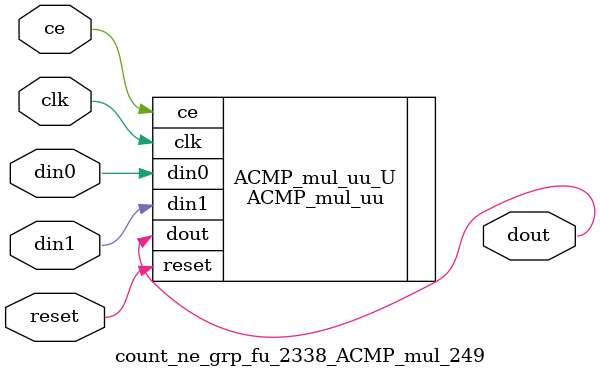
<source format=v>

`timescale 1 ns / 1 ps
module count_ne_grp_fu_2338_ACMP_mul_249(
    clk,
    reset,
    ce,
    din0,
    din1,
    dout);

parameter ID = 32'd1;
parameter NUM_STAGE = 32'd1;
parameter din0_WIDTH = 32'd1;
parameter din1_WIDTH = 32'd1;
parameter dout_WIDTH = 32'd1;
input clk;
input reset;
input ce;
input[din0_WIDTH - 1:0] din0;
input[din1_WIDTH - 1:0] din1;
output[dout_WIDTH - 1:0] dout;



ACMP_mul_uu #(
.ID( ID ),
.NUM_STAGE( 3 ),
.din0_WIDTH( din0_WIDTH ),
.din1_WIDTH( din1_WIDTH ),
.dout_WIDTH( dout_WIDTH ))
ACMP_mul_uu_U(
    .clk( clk ),
    .reset( reset ),
    .ce( ce ),
    .din0( din0 ),
    .din1( din1 ),
    .dout( dout ));

endmodule

</source>
